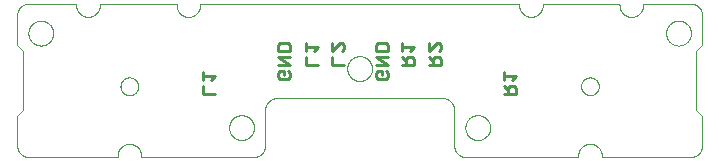
<source format=gbo>
G75*
%MOIN*%
%OFA0B0*%
%FSLAX25Y25*%
%IPPOS*%
%LPD*%
%AMOC8*
5,1,8,0,0,1.08239X$1,22.5*
%
%ADD10C,0.00000*%
%ADD11C,0.01000*%
D10*
X0007206Y0003269D02*
X0036733Y0003269D01*
X0036733Y0003761D01*
X0040670Y0007698D02*
X0040794Y0007696D01*
X0040917Y0007690D01*
X0041041Y0007681D01*
X0041163Y0007667D01*
X0041286Y0007650D01*
X0041408Y0007628D01*
X0041529Y0007603D01*
X0041649Y0007574D01*
X0041768Y0007542D01*
X0041887Y0007505D01*
X0042004Y0007465D01*
X0042119Y0007422D01*
X0042234Y0007374D01*
X0042346Y0007323D01*
X0042457Y0007269D01*
X0042567Y0007211D01*
X0042674Y0007150D01*
X0042780Y0007085D01*
X0042883Y0007017D01*
X0042984Y0006946D01*
X0043083Y0006872D01*
X0043180Y0006795D01*
X0043274Y0006714D01*
X0043365Y0006631D01*
X0043454Y0006545D01*
X0043540Y0006456D01*
X0043623Y0006365D01*
X0043704Y0006271D01*
X0043781Y0006174D01*
X0043855Y0006075D01*
X0043926Y0005974D01*
X0043994Y0005871D01*
X0044059Y0005765D01*
X0044120Y0005658D01*
X0044178Y0005548D01*
X0044232Y0005437D01*
X0044283Y0005325D01*
X0044331Y0005210D01*
X0044374Y0005095D01*
X0044414Y0004978D01*
X0044451Y0004859D01*
X0044483Y0004740D01*
X0044512Y0004620D01*
X0044537Y0004499D01*
X0044559Y0004377D01*
X0044576Y0004254D01*
X0044590Y0004132D01*
X0044599Y0004008D01*
X0044605Y0003885D01*
X0044607Y0003761D01*
X0044607Y0003269D01*
X0082009Y0003269D01*
X0082133Y0003271D01*
X0082256Y0003277D01*
X0082380Y0003286D01*
X0082502Y0003300D01*
X0082625Y0003317D01*
X0082747Y0003339D01*
X0082868Y0003364D01*
X0082988Y0003393D01*
X0083107Y0003425D01*
X0083226Y0003462D01*
X0083343Y0003502D01*
X0083458Y0003545D01*
X0083573Y0003593D01*
X0083685Y0003644D01*
X0083796Y0003698D01*
X0083906Y0003756D01*
X0084013Y0003817D01*
X0084119Y0003882D01*
X0084222Y0003950D01*
X0084323Y0004021D01*
X0084422Y0004095D01*
X0084519Y0004172D01*
X0084613Y0004253D01*
X0084704Y0004336D01*
X0084793Y0004422D01*
X0084879Y0004511D01*
X0084962Y0004602D01*
X0085043Y0004696D01*
X0085120Y0004793D01*
X0085194Y0004892D01*
X0085265Y0004993D01*
X0085333Y0005096D01*
X0085398Y0005202D01*
X0085459Y0005309D01*
X0085517Y0005419D01*
X0085571Y0005530D01*
X0085622Y0005642D01*
X0085670Y0005757D01*
X0085713Y0005872D01*
X0085753Y0005989D01*
X0085790Y0006108D01*
X0085822Y0006227D01*
X0085851Y0006347D01*
X0085876Y0006468D01*
X0085898Y0006590D01*
X0085915Y0006713D01*
X0085929Y0006835D01*
X0085938Y0006959D01*
X0085944Y0007082D01*
X0085946Y0007206D01*
X0085946Y0019017D01*
X0085948Y0019141D01*
X0085954Y0019264D01*
X0085963Y0019388D01*
X0085977Y0019510D01*
X0085994Y0019633D01*
X0086016Y0019755D01*
X0086041Y0019876D01*
X0086070Y0019996D01*
X0086102Y0020115D01*
X0086139Y0020234D01*
X0086179Y0020351D01*
X0086222Y0020466D01*
X0086270Y0020581D01*
X0086321Y0020693D01*
X0086375Y0020804D01*
X0086433Y0020914D01*
X0086494Y0021021D01*
X0086559Y0021127D01*
X0086627Y0021230D01*
X0086698Y0021331D01*
X0086772Y0021430D01*
X0086849Y0021527D01*
X0086930Y0021621D01*
X0087013Y0021712D01*
X0087099Y0021801D01*
X0087188Y0021887D01*
X0087279Y0021970D01*
X0087373Y0022051D01*
X0087470Y0022128D01*
X0087569Y0022202D01*
X0087670Y0022273D01*
X0087773Y0022341D01*
X0087879Y0022406D01*
X0087986Y0022467D01*
X0088096Y0022525D01*
X0088207Y0022579D01*
X0088319Y0022630D01*
X0088434Y0022678D01*
X0088549Y0022721D01*
X0088666Y0022761D01*
X0088785Y0022798D01*
X0088904Y0022830D01*
X0089024Y0022859D01*
X0089145Y0022884D01*
X0089267Y0022906D01*
X0089390Y0022923D01*
X0089512Y0022937D01*
X0089636Y0022946D01*
X0089759Y0022952D01*
X0089883Y0022954D01*
X0145001Y0022954D01*
X0145125Y0022952D01*
X0145248Y0022946D01*
X0145372Y0022937D01*
X0145494Y0022923D01*
X0145617Y0022906D01*
X0145739Y0022884D01*
X0145860Y0022859D01*
X0145980Y0022830D01*
X0146099Y0022798D01*
X0146218Y0022761D01*
X0146335Y0022721D01*
X0146450Y0022678D01*
X0146565Y0022630D01*
X0146677Y0022579D01*
X0146788Y0022525D01*
X0146898Y0022467D01*
X0147005Y0022406D01*
X0147111Y0022341D01*
X0147214Y0022273D01*
X0147315Y0022202D01*
X0147414Y0022128D01*
X0147511Y0022051D01*
X0147605Y0021970D01*
X0147696Y0021887D01*
X0147785Y0021801D01*
X0147871Y0021712D01*
X0147954Y0021621D01*
X0148035Y0021527D01*
X0148112Y0021430D01*
X0148186Y0021331D01*
X0148257Y0021230D01*
X0148325Y0021127D01*
X0148390Y0021021D01*
X0148451Y0020914D01*
X0148509Y0020804D01*
X0148563Y0020693D01*
X0148614Y0020581D01*
X0148662Y0020466D01*
X0148705Y0020351D01*
X0148745Y0020234D01*
X0148782Y0020115D01*
X0148814Y0019996D01*
X0148843Y0019876D01*
X0148868Y0019755D01*
X0148890Y0019633D01*
X0148907Y0019510D01*
X0148921Y0019388D01*
X0148930Y0019264D01*
X0148936Y0019141D01*
X0148938Y0019017D01*
X0148938Y0007206D01*
X0148940Y0007082D01*
X0148946Y0006959D01*
X0148955Y0006835D01*
X0148969Y0006713D01*
X0148986Y0006590D01*
X0149008Y0006468D01*
X0149033Y0006347D01*
X0149062Y0006227D01*
X0149094Y0006108D01*
X0149131Y0005989D01*
X0149171Y0005872D01*
X0149214Y0005757D01*
X0149262Y0005642D01*
X0149313Y0005530D01*
X0149367Y0005419D01*
X0149425Y0005309D01*
X0149486Y0005202D01*
X0149551Y0005096D01*
X0149619Y0004993D01*
X0149690Y0004892D01*
X0149764Y0004793D01*
X0149841Y0004696D01*
X0149922Y0004602D01*
X0150005Y0004511D01*
X0150091Y0004422D01*
X0150180Y0004336D01*
X0150271Y0004253D01*
X0150365Y0004172D01*
X0150462Y0004095D01*
X0150561Y0004021D01*
X0150662Y0003950D01*
X0150765Y0003882D01*
X0150871Y0003817D01*
X0150978Y0003756D01*
X0151088Y0003698D01*
X0151199Y0003644D01*
X0151311Y0003593D01*
X0151426Y0003545D01*
X0151541Y0003502D01*
X0151658Y0003462D01*
X0151777Y0003425D01*
X0151896Y0003393D01*
X0152016Y0003364D01*
X0152137Y0003339D01*
X0152259Y0003317D01*
X0152382Y0003300D01*
X0152504Y0003286D01*
X0152628Y0003277D01*
X0152751Y0003271D01*
X0152875Y0003269D01*
X0190276Y0003269D01*
X0190276Y0003761D01*
X0194213Y0007698D02*
X0194337Y0007696D01*
X0194460Y0007690D01*
X0194584Y0007681D01*
X0194706Y0007667D01*
X0194829Y0007650D01*
X0194951Y0007628D01*
X0195072Y0007603D01*
X0195192Y0007574D01*
X0195311Y0007542D01*
X0195430Y0007505D01*
X0195547Y0007465D01*
X0195662Y0007422D01*
X0195777Y0007374D01*
X0195889Y0007323D01*
X0196000Y0007269D01*
X0196110Y0007211D01*
X0196217Y0007150D01*
X0196323Y0007085D01*
X0196426Y0007017D01*
X0196527Y0006946D01*
X0196626Y0006872D01*
X0196723Y0006795D01*
X0196817Y0006714D01*
X0196908Y0006631D01*
X0196997Y0006545D01*
X0197083Y0006456D01*
X0197166Y0006365D01*
X0197247Y0006271D01*
X0197324Y0006174D01*
X0197398Y0006075D01*
X0197469Y0005974D01*
X0197537Y0005871D01*
X0197602Y0005765D01*
X0197663Y0005658D01*
X0197721Y0005548D01*
X0197775Y0005437D01*
X0197826Y0005325D01*
X0197874Y0005210D01*
X0197917Y0005095D01*
X0197957Y0004978D01*
X0197994Y0004859D01*
X0198026Y0004740D01*
X0198055Y0004620D01*
X0198080Y0004499D01*
X0198102Y0004377D01*
X0198119Y0004254D01*
X0198133Y0004132D01*
X0198142Y0004008D01*
X0198148Y0003885D01*
X0198150Y0003761D01*
X0198150Y0003269D01*
X0227678Y0003269D01*
X0227802Y0003271D01*
X0227925Y0003277D01*
X0228049Y0003286D01*
X0228171Y0003300D01*
X0228294Y0003317D01*
X0228416Y0003339D01*
X0228537Y0003364D01*
X0228657Y0003393D01*
X0228776Y0003425D01*
X0228895Y0003462D01*
X0229012Y0003502D01*
X0229127Y0003545D01*
X0229242Y0003593D01*
X0229354Y0003644D01*
X0229465Y0003698D01*
X0229575Y0003756D01*
X0229682Y0003817D01*
X0229788Y0003882D01*
X0229891Y0003950D01*
X0229992Y0004021D01*
X0230091Y0004095D01*
X0230188Y0004172D01*
X0230282Y0004253D01*
X0230373Y0004336D01*
X0230462Y0004422D01*
X0230548Y0004511D01*
X0230631Y0004602D01*
X0230712Y0004696D01*
X0230789Y0004793D01*
X0230863Y0004892D01*
X0230934Y0004993D01*
X0231002Y0005096D01*
X0231067Y0005202D01*
X0231128Y0005309D01*
X0231186Y0005419D01*
X0231240Y0005530D01*
X0231291Y0005642D01*
X0231339Y0005757D01*
X0231382Y0005872D01*
X0231422Y0005989D01*
X0231459Y0006108D01*
X0231491Y0006227D01*
X0231520Y0006347D01*
X0231545Y0006468D01*
X0231567Y0006590D01*
X0231584Y0006713D01*
X0231598Y0006835D01*
X0231607Y0006959D01*
X0231613Y0007082D01*
X0231615Y0007206D01*
X0231615Y0017048D01*
X0229646Y0019017D01*
X0229646Y0038702D01*
X0231615Y0040670D01*
X0231615Y0050513D01*
X0231613Y0050637D01*
X0231607Y0050760D01*
X0231598Y0050884D01*
X0231584Y0051006D01*
X0231567Y0051129D01*
X0231545Y0051251D01*
X0231520Y0051372D01*
X0231491Y0051492D01*
X0231459Y0051611D01*
X0231422Y0051730D01*
X0231382Y0051847D01*
X0231339Y0051962D01*
X0231291Y0052077D01*
X0231240Y0052189D01*
X0231186Y0052300D01*
X0231128Y0052410D01*
X0231067Y0052517D01*
X0231002Y0052623D01*
X0230934Y0052726D01*
X0230863Y0052827D01*
X0230789Y0052926D01*
X0230712Y0053023D01*
X0230631Y0053117D01*
X0230548Y0053208D01*
X0230462Y0053297D01*
X0230373Y0053383D01*
X0230282Y0053466D01*
X0230188Y0053547D01*
X0230091Y0053624D01*
X0229992Y0053698D01*
X0229891Y0053769D01*
X0229788Y0053837D01*
X0229682Y0053902D01*
X0229575Y0053963D01*
X0229465Y0054021D01*
X0229354Y0054075D01*
X0229242Y0054126D01*
X0229127Y0054174D01*
X0229012Y0054217D01*
X0228895Y0054257D01*
X0228776Y0054294D01*
X0228657Y0054326D01*
X0228537Y0054355D01*
X0228416Y0054380D01*
X0228294Y0054402D01*
X0228171Y0054419D01*
X0228049Y0054433D01*
X0227925Y0054442D01*
X0227802Y0054448D01*
X0227678Y0054450D01*
X0211930Y0054450D01*
X0211930Y0053957D01*
X0207993Y0050020D02*
X0207869Y0050022D01*
X0207746Y0050028D01*
X0207622Y0050037D01*
X0207500Y0050051D01*
X0207377Y0050068D01*
X0207255Y0050090D01*
X0207134Y0050115D01*
X0207014Y0050144D01*
X0206895Y0050176D01*
X0206776Y0050213D01*
X0206659Y0050253D01*
X0206544Y0050296D01*
X0206429Y0050344D01*
X0206317Y0050395D01*
X0206206Y0050449D01*
X0206096Y0050507D01*
X0205989Y0050568D01*
X0205883Y0050633D01*
X0205780Y0050701D01*
X0205679Y0050772D01*
X0205580Y0050846D01*
X0205483Y0050923D01*
X0205389Y0051004D01*
X0205298Y0051087D01*
X0205209Y0051173D01*
X0205123Y0051262D01*
X0205040Y0051353D01*
X0204959Y0051447D01*
X0204882Y0051544D01*
X0204808Y0051643D01*
X0204737Y0051744D01*
X0204669Y0051847D01*
X0204604Y0051953D01*
X0204543Y0052060D01*
X0204485Y0052170D01*
X0204431Y0052281D01*
X0204380Y0052393D01*
X0204332Y0052508D01*
X0204289Y0052623D01*
X0204249Y0052740D01*
X0204212Y0052859D01*
X0204180Y0052978D01*
X0204151Y0053098D01*
X0204126Y0053219D01*
X0204104Y0053341D01*
X0204087Y0053464D01*
X0204073Y0053586D01*
X0204064Y0053710D01*
X0204058Y0053833D01*
X0204056Y0053957D01*
X0204056Y0054450D01*
X0178465Y0054450D01*
X0178465Y0053957D01*
X0174528Y0050020D02*
X0174404Y0050022D01*
X0174281Y0050028D01*
X0174157Y0050037D01*
X0174035Y0050051D01*
X0173912Y0050068D01*
X0173790Y0050090D01*
X0173669Y0050115D01*
X0173549Y0050144D01*
X0173430Y0050176D01*
X0173311Y0050213D01*
X0173194Y0050253D01*
X0173079Y0050296D01*
X0172964Y0050344D01*
X0172852Y0050395D01*
X0172741Y0050449D01*
X0172631Y0050507D01*
X0172524Y0050568D01*
X0172418Y0050633D01*
X0172315Y0050701D01*
X0172214Y0050772D01*
X0172115Y0050846D01*
X0172018Y0050923D01*
X0171924Y0051004D01*
X0171833Y0051087D01*
X0171744Y0051173D01*
X0171658Y0051262D01*
X0171575Y0051353D01*
X0171494Y0051447D01*
X0171417Y0051544D01*
X0171343Y0051643D01*
X0171272Y0051744D01*
X0171204Y0051847D01*
X0171139Y0051953D01*
X0171078Y0052060D01*
X0171020Y0052170D01*
X0170966Y0052281D01*
X0170915Y0052393D01*
X0170867Y0052508D01*
X0170824Y0052623D01*
X0170784Y0052740D01*
X0170747Y0052859D01*
X0170715Y0052978D01*
X0170686Y0053098D01*
X0170661Y0053219D01*
X0170639Y0053341D01*
X0170622Y0053464D01*
X0170608Y0053586D01*
X0170599Y0053710D01*
X0170593Y0053833D01*
X0170591Y0053957D01*
X0170591Y0054450D01*
X0064292Y0054450D01*
X0064292Y0053957D01*
X0060355Y0050020D02*
X0060231Y0050022D01*
X0060108Y0050028D01*
X0059984Y0050037D01*
X0059862Y0050051D01*
X0059739Y0050068D01*
X0059617Y0050090D01*
X0059496Y0050115D01*
X0059376Y0050144D01*
X0059257Y0050176D01*
X0059138Y0050213D01*
X0059021Y0050253D01*
X0058906Y0050296D01*
X0058791Y0050344D01*
X0058679Y0050395D01*
X0058568Y0050449D01*
X0058458Y0050507D01*
X0058351Y0050568D01*
X0058245Y0050633D01*
X0058142Y0050701D01*
X0058041Y0050772D01*
X0057942Y0050846D01*
X0057845Y0050923D01*
X0057751Y0051004D01*
X0057660Y0051087D01*
X0057571Y0051173D01*
X0057485Y0051262D01*
X0057402Y0051353D01*
X0057321Y0051447D01*
X0057244Y0051544D01*
X0057170Y0051643D01*
X0057099Y0051744D01*
X0057031Y0051847D01*
X0056966Y0051953D01*
X0056905Y0052060D01*
X0056847Y0052170D01*
X0056793Y0052281D01*
X0056742Y0052393D01*
X0056694Y0052508D01*
X0056651Y0052623D01*
X0056611Y0052740D01*
X0056574Y0052859D01*
X0056542Y0052978D01*
X0056513Y0053098D01*
X0056488Y0053219D01*
X0056466Y0053341D01*
X0056449Y0053464D01*
X0056435Y0053586D01*
X0056426Y0053710D01*
X0056420Y0053833D01*
X0056418Y0053957D01*
X0056418Y0054450D01*
X0030828Y0054450D01*
X0030828Y0053957D01*
X0026891Y0050020D02*
X0026767Y0050022D01*
X0026644Y0050028D01*
X0026520Y0050037D01*
X0026398Y0050051D01*
X0026275Y0050068D01*
X0026153Y0050090D01*
X0026032Y0050115D01*
X0025912Y0050144D01*
X0025793Y0050176D01*
X0025674Y0050213D01*
X0025557Y0050253D01*
X0025442Y0050296D01*
X0025327Y0050344D01*
X0025215Y0050395D01*
X0025104Y0050449D01*
X0024994Y0050507D01*
X0024887Y0050568D01*
X0024781Y0050633D01*
X0024678Y0050701D01*
X0024577Y0050772D01*
X0024478Y0050846D01*
X0024381Y0050923D01*
X0024287Y0051004D01*
X0024196Y0051087D01*
X0024107Y0051173D01*
X0024021Y0051262D01*
X0023938Y0051353D01*
X0023857Y0051447D01*
X0023780Y0051544D01*
X0023706Y0051643D01*
X0023635Y0051744D01*
X0023567Y0051847D01*
X0023502Y0051953D01*
X0023441Y0052060D01*
X0023383Y0052170D01*
X0023329Y0052281D01*
X0023278Y0052393D01*
X0023230Y0052508D01*
X0023187Y0052623D01*
X0023147Y0052740D01*
X0023110Y0052859D01*
X0023078Y0052978D01*
X0023049Y0053098D01*
X0023024Y0053219D01*
X0023002Y0053341D01*
X0022985Y0053464D01*
X0022971Y0053586D01*
X0022962Y0053710D01*
X0022956Y0053833D01*
X0022954Y0053957D01*
X0022954Y0054450D01*
X0007206Y0054450D01*
X0007082Y0054448D01*
X0006959Y0054442D01*
X0006835Y0054433D01*
X0006713Y0054419D01*
X0006590Y0054402D01*
X0006468Y0054380D01*
X0006347Y0054355D01*
X0006227Y0054326D01*
X0006108Y0054294D01*
X0005989Y0054257D01*
X0005872Y0054217D01*
X0005757Y0054174D01*
X0005642Y0054126D01*
X0005530Y0054075D01*
X0005419Y0054021D01*
X0005309Y0053963D01*
X0005202Y0053902D01*
X0005096Y0053837D01*
X0004993Y0053769D01*
X0004892Y0053698D01*
X0004793Y0053624D01*
X0004696Y0053547D01*
X0004602Y0053466D01*
X0004511Y0053383D01*
X0004422Y0053297D01*
X0004336Y0053208D01*
X0004253Y0053117D01*
X0004172Y0053023D01*
X0004095Y0052926D01*
X0004021Y0052827D01*
X0003950Y0052726D01*
X0003882Y0052623D01*
X0003817Y0052517D01*
X0003756Y0052410D01*
X0003698Y0052300D01*
X0003644Y0052189D01*
X0003593Y0052077D01*
X0003545Y0051962D01*
X0003502Y0051847D01*
X0003462Y0051730D01*
X0003425Y0051611D01*
X0003393Y0051492D01*
X0003364Y0051372D01*
X0003339Y0051251D01*
X0003317Y0051129D01*
X0003300Y0051006D01*
X0003286Y0050884D01*
X0003277Y0050760D01*
X0003271Y0050637D01*
X0003269Y0050513D01*
X0003269Y0040670D01*
X0005237Y0038702D01*
X0005237Y0019017D01*
X0003269Y0017048D01*
X0003269Y0007206D01*
X0003271Y0007082D01*
X0003277Y0006959D01*
X0003286Y0006835D01*
X0003300Y0006713D01*
X0003317Y0006590D01*
X0003339Y0006468D01*
X0003364Y0006347D01*
X0003393Y0006227D01*
X0003425Y0006108D01*
X0003462Y0005989D01*
X0003502Y0005872D01*
X0003545Y0005757D01*
X0003593Y0005642D01*
X0003644Y0005530D01*
X0003698Y0005419D01*
X0003756Y0005309D01*
X0003817Y0005202D01*
X0003882Y0005096D01*
X0003950Y0004993D01*
X0004021Y0004892D01*
X0004095Y0004793D01*
X0004172Y0004696D01*
X0004253Y0004602D01*
X0004336Y0004511D01*
X0004422Y0004422D01*
X0004511Y0004336D01*
X0004602Y0004253D01*
X0004696Y0004172D01*
X0004793Y0004095D01*
X0004892Y0004021D01*
X0004993Y0003950D01*
X0005096Y0003882D01*
X0005202Y0003817D01*
X0005309Y0003756D01*
X0005419Y0003698D01*
X0005530Y0003644D01*
X0005642Y0003593D01*
X0005757Y0003545D01*
X0005872Y0003502D01*
X0005989Y0003462D01*
X0006108Y0003425D01*
X0006227Y0003393D01*
X0006347Y0003364D01*
X0006468Y0003339D01*
X0006590Y0003317D01*
X0006713Y0003300D01*
X0006835Y0003286D01*
X0006959Y0003277D01*
X0007082Y0003271D01*
X0007206Y0003269D01*
X0036733Y0003761D02*
X0036735Y0003885D01*
X0036741Y0004008D01*
X0036750Y0004132D01*
X0036764Y0004254D01*
X0036781Y0004377D01*
X0036803Y0004499D01*
X0036828Y0004620D01*
X0036857Y0004740D01*
X0036889Y0004859D01*
X0036926Y0004978D01*
X0036966Y0005095D01*
X0037009Y0005210D01*
X0037057Y0005325D01*
X0037108Y0005437D01*
X0037162Y0005548D01*
X0037220Y0005658D01*
X0037281Y0005765D01*
X0037346Y0005871D01*
X0037414Y0005974D01*
X0037485Y0006075D01*
X0037559Y0006174D01*
X0037636Y0006271D01*
X0037717Y0006365D01*
X0037800Y0006456D01*
X0037886Y0006545D01*
X0037975Y0006631D01*
X0038066Y0006714D01*
X0038160Y0006795D01*
X0038257Y0006872D01*
X0038356Y0006946D01*
X0038457Y0007017D01*
X0038560Y0007085D01*
X0038666Y0007150D01*
X0038773Y0007211D01*
X0038883Y0007269D01*
X0038994Y0007323D01*
X0039106Y0007374D01*
X0039221Y0007422D01*
X0039336Y0007465D01*
X0039453Y0007505D01*
X0039572Y0007542D01*
X0039691Y0007574D01*
X0039811Y0007603D01*
X0039932Y0007628D01*
X0040054Y0007650D01*
X0040177Y0007667D01*
X0040299Y0007681D01*
X0040423Y0007690D01*
X0040546Y0007696D01*
X0040670Y0007698D01*
X0073938Y0013111D02*
X0073940Y0013239D01*
X0073946Y0013367D01*
X0073956Y0013494D01*
X0073970Y0013622D01*
X0073987Y0013748D01*
X0074009Y0013874D01*
X0074035Y0014000D01*
X0074064Y0014124D01*
X0074097Y0014248D01*
X0074134Y0014370D01*
X0074175Y0014491D01*
X0074220Y0014611D01*
X0074268Y0014730D01*
X0074320Y0014847D01*
X0074376Y0014962D01*
X0074435Y0015076D01*
X0074497Y0015187D01*
X0074563Y0015297D01*
X0074632Y0015404D01*
X0074705Y0015510D01*
X0074781Y0015613D01*
X0074860Y0015713D01*
X0074942Y0015812D01*
X0075027Y0015907D01*
X0075115Y0016000D01*
X0075206Y0016090D01*
X0075299Y0016177D01*
X0075396Y0016262D01*
X0075494Y0016343D01*
X0075596Y0016421D01*
X0075699Y0016496D01*
X0075805Y0016568D01*
X0075913Y0016637D01*
X0076023Y0016702D01*
X0076136Y0016763D01*
X0076250Y0016822D01*
X0076365Y0016876D01*
X0076483Y0016927D01*
X0076601Y0016975D01*
X0076722Y0017018D01*
X0076843Y0017058D01*
X0076966Y0017094D01*
X0077090Y0017127D01*
X0077215Y0017155D01*
X0077340Y0017180D01*
X0077466Y0017200D01*
X0077593Y0017217D01*
X0077721Y0017230D01*
X0077848Y0017239D01*
X0077976Y0017244D01*
X0078104Y0017245D01*
X0078232Y0017242D01*
X0078360Y0017235D01*
X0078487Y0017224D01*
X0078614Y0017209D01*
X0078741Y0017191D01*
X0078867Y0017168D01*
X0078992Y0017141D01*
X0079116Y0017111D01*
X0079239Y0017077D01*
X0079362Y0017039D01*
X0079483Y0016997D01*
X0079602Y0016951D01*
X0079720Y0016902D01*
X0079837Y0016849D01*
X0079952Y0016793D01*
X0080065Y0016733D01*
X0080176Y0016670D01*
X0080285Y0016603D01*
X0080392Y0016533D01*
X0080497Y0016459D01*
X0080599Y0016383D01*
X0080699Y0016303D01*
X0080797Y0016220D01*
X0080892Y0016134D01*
X0080984Y0016045D01*
X0081073Y0015954D01*
X0081160Y0015860D01*
X0081243Y0015763D01*
X0081324Y0015663D01*
X0081401Y0015562D01*
X0081476Y0015457D01*
X0081547Y0015351D01*
X0081614Y0015242D01*
X0081679Y0015132D01*
X0081739Y0015019D01*
X0081797Y0014905D01*
X0081850Y0014789D01*
X0081900Y0014671D01*
X0081947Y0014552D01*
X0081990Y0014431D01*
X0082029Y0014309D01*
X0082064Y0014186D01*
X0082095Y0014062D01*
X0082123Y0013937D01*
X0082146Y0013811D01*
X0082166Y0013685D01*
X0082182Y0013558D01*
X0082194Y0013431D01*
X0082202Y0013303D01*
X0082206Y0013175D01*
X0082206Y0013047D01*
X0082202Y0012919D01*
X0082194Y0012791D01*
X0082182Y0012664D01*
X0082166Y0012537D01*
X0082146Y0012411D01*
X0082123Y0012285D01*
X0082095Y0012160D01*
X0082064Y0012036D01*
X0082029Y0011913D01*
X0081990Y0011791D01*
X0081947Y0011670D01*
X0081900Y0011551D01*
X0081850Y0011433D01*
X0081797Y0011317D01*
X0081739Y0011203D01*
X0081679Y0011090D01*
X0081614Y0010980D01*
X0081547Y0010871D01*
X0081476Y0010765D01*
X0081401Y0010660D01*
X0081324Y0010559D01*
X0081243Y0010459D01*
X0081160Y0010362D01*
X0081073Y0010268D01*
X0080984Y0010177D01*
X0080892Y0010088D01*
X0080797Y0010002D01*
X0080699Y0009919D01*
X0080599Y0009839D01*
X0080497Y0009763D01*
X0080392Y0009689D01*
X0080285Y0009619D01*
X0080176Y0009552D01*
X0080065Y0009489D01*
X0079952Y0009429D01*
X0079837Y0009373D01*
X0079720Y0009320D01*
X0079602Y0009271D01*
X0079483Y0009225D01*
X0079362Y0009183D01*
X0079239Y0009145D01*
X0079116Y0009111D01*
X0078992Y0009081D01*
X0078867Y0009054D01*
X0078741Y0009031D01*
X0078614Y0009013D01*
X0078487Y0008998D01*
X0078360Y0008987D01*
X0078232Y0008980D01*
X0078104Y0008977D01*
X0077976Y0008978D01*
X0077848Y0008983D01*
X0077721Y0008992D01*
X0077593Y0009005D01*
X0077466Y0009022D01*
X0077340Y0009042D01*
X0077215Y0009067D01*
X0077090Y0009095D01*
X0076966Y0009128D01*
X0076843Y0009164D01*
X0076722Y0009204D01*
X0076601Y0009247D01*
X0076483Y0009295D01*
X0076365Y0009346D01*
X0076250Y0009400D01*
X0076136Y0009459D01*
X0076023Y0009520D01*
X0075913Y0009585D01*
X0075805Y0009654D01*
X0075699Y0009726D01*
X0075596Y0009801D01*
X0075494Y0009879D01*
X0075396Y0009960D01*
X0075299Y0010045D01*
X0075206Y0010132D01*
X0075115Y0010222D01*
X0075027Y0010315D01*
X0074942Y0010410D01*
X0074860Y0010509D01*
X0074781Y0010609D01*
X0074705Y0010712D01*
X0074632Y0010818D01*
X0074563Y0010925D01*
X0074497Y0011035D01*
X0074435Y0011146D01*
X0074376Y0011260D01*
X0074320Y0011375D01*
X0074268Y0011492D01*
X0074220Y0011611D01*
X0074175Y0011731D01*
X0074134Y0011852D01*
X0074097Y0011974D01*
X0074064Y0012098D01*
X0074035Y0012222D01*
X0074009Y0012348D01*
X0073987Y0012474D01*
X0073970Y0012600D01*
X0073956Y0012728D01*
X0073946Y0012855D01*
X0073940Y0012983D01*
X0073938Y0013111D01*
X0037717Y0026891D02*
X0037719Y0026999D01*
X0037725Y0027108D01*
X0037735Y0027216D01*
X0037749Y0027323D01*
X0037767Y0027430D01*
X0037788Y0027537D01*
X0037814Y0027642D01*
X0037844Y0027747D01*
X0037877Y0027850D01*
X0037914Y0027952D01*
X0037955Y0028052D01*
X0037999Y0028151D01*
X0038048Y0028249D01*
X0038099Y0028344D01*
X0038154Y0028437D01*
X0038213Y0028529D01*
X0038275Y0028618D01*
X0038340Y0028705D01*
X0038408Y0028789D01*
X0038479Y0028871D01*
X0038553Y0028950D01*
X0038630Y0029026D01*
X0038710Y0029100D01*
X0038793Y0029170D01*
X0038878Y0029238D01*
X0038965Y0029302D01*
X0039055Y0029363D01*
X0039147Y0029421D01*
X0039241Y0029475D01*
X0039337Y0029526D01*
X0039434Y0029573D01*
X0039534Y0029617D01*
X0039635Y0029657D01*
X0039737Y0029693D01*
X0039840Y0029725D01*
X0039945Y0029754D01*
X0040051Y0029778D01*
X0040157Y0029799D01*
X0040264Y0029816D01*
X0040372Y0029829D01*
X0040480Y0029838D01*
X0040589Y0029843D01*
X0040697Y0029844D01*
X0040806Y0029841D01*
X0040914Y0029834D01*
X0041022Y0029823D01*
X0041129Y0029808D01*
X0041236Y0029789D01*
X0041342Y0029766D01*
X0041447Y0029740D01*
X0041552Y0029709D01*
X0041654Y0029675D01*
X0041756Y0029637D01*
X0041856Y0029595D01*
X0041955Y0029550D01*
X0042052Y0029501D01*
X0042146Y0029448D01*
X0042239Y0029392D01*
X0042330Y0029333D01*
X0042419Y0029270D01*
X0042505Y0029205D01*
X0042589Y0029136D01*
X0042670Y0029064D01*
X0042748Y0028989D01*
X0042824Y0028911D01*
X0042897Y0028830D01*
X0042967Y0028747D01*
X0043033Y0028662D01*
X0043097Y0028574D01*
X0043157Y0028483D01*
X0043214Y0028391D01*
X0043267Y0028296D01*
X0043317Y0028200D01*
X0043363Y0028102D01*
X0043406Y0028002D01*
X0043445Y0027901D01*
X0043480Y0027798D01*
X0043512Y0027695D01*
X0043539Y0027590D01*
X0043563Y0027484D01*
X0043583Y0027377D01*
X0043599Y0027270D01*
X0043611Y0027162D01*
X0043619Y0027054D01*
X0043623Y0026945D01*
X0043623Y0026837D01*
X0043619Y0026728D01*
X0043611Y0026620D01*
X0043599Y0026512D01*
X0043583Y0026405D01*
X0043563Y0026298D01*
X0043539Y0026192D01*
X0043512Y0026087D01*
X0043480Y0025984D01*
X0043445Y0025881D01*
X0043406Y0025780D01*
X0043363Y0025680D01*
X0043317Y0025582D01*
X0043267Y0025486D01*
X0043214Y0025391D01*
X0043157Y0025299D01*
X0043097Y0025208D01*
X0043033Y0025120D01*
X0042967Y0025035D01*
X0042897Y0024952D01*
X0042824Y0024871D01*
X0042748Y0024793D01*
X0042670Y0024718D01*
X0042589Y0024646D01*
X0042505Y0024577D01*
X0042419Y0024512D01*
X0042330Y0024449D01*
X0042239Y0024390D01*
X0042147Y0024334D01*
X0042052Y0024281D01*
X0041955Y0024232D01*
X0041856Y0024187D01*
X0041756Y0024145D01*
X0041654Y0024107D01*
X0041552Y0024073D01*
X0041447Y0024042D01*
X0041342Y0024016D01*
X0041236Y0023993D01*
X0041129Y0023974D01*
X0041022Y0023959D01*
X0040914Y0023948D01*
X0040806Y0023941D01*
X0040697Y0023938D01*
X0040589Y0023939D01*
X0040480Y0023944D01*
X0040372Y0023953D01*
X0040264Y0023966D01*
X0040157Y0023983D01*
X0040051Y0024004D01*
X0039945Y0024028D01*
X0039840Y0024057D01*
X0039737Y0024089D01*
X0039635Y0024125D01*
X0039534Y0024165D01*
X0039434Y0024209D01*
X0039337Y0024256D01*
X0039241Y0024307D01*
X0039147Y0024361D01*
X0039055Y0024419D01*
X0038965Y0024480D01*
X0038878Y0024544D01*
X0038793Y0024612D01*
X0038710Y0024682D01*
X0038630Y0024756D01*
X0038553Y0024832D01*
X0038479Y0024911D01*
X0038408Y0024993D01*
X0038340Y0025077D01*
X0038275Y0025164D01*
X0038213Y0025253D01*
X0038154Y0025345D01*
X0038099Y0025438D01*
X0038048Y0025533D01*
X0037999Y0025631D01*
X0037955Y0025730D01*
X0037914Y0025830D01*
X0037877Y0025932D01*
X0037844Y0026035D01*
X0037814Y0026140D01*
X0037788Y0026245D01*
X0037767Y0026352D01*
X0037749Y0026459D01*
X0037735Y0026566D01*
X0037725Y0026674D01*
X0037719Y0026783D01*
X0037717Y0026891D01*
X0007009Y0044607D02*
X0007011Y0044735D01*
X0007017Y0044863D01*
X0007027Y0044990D01*
X0007041Y0045118D01*
X0007058Y0045244D01*
X0007080Y0045370D01*
X0007106Y0045496D01*
X0007135Y0045620D01*
X0007168Y0045744D01*
X0007205Y0045866D01*
X0007246Y0045987D01*
X0007291Y0046107D01*
X0007339Y0046226D01*
X0007391Y0046343D01*
X0007447Y0046458D01*
X0007506Y0046572D01*
X0007568Y0046683D01*
X0007634Y0046793D01*
X0007703Y0046900D01*
X0007776Y0047006D01*
X0007852Y0047109D01*
X0007931Y0047209D01*
X0008013Y0047308D01*
X0008098Y0047403D01*
X0008186Y0047496D01*
X0008277Y0047586D01*
X0008370Y0047673D01*
X0008467Y0047758D01*
X0008565Y0047839D01*
X0008667Y0047917D01*
X0008770Y0047992D01*
X0008876Y0048064D01*
X0008984Y0048133D01*
X0009094Y0048198D01*
X0009207Y0048259D01*
X0009321Y0048318D01*
X0009436Y0048372D01*
X0009554Y0048423D01*
X0009672Y0048471D01*
X0009793Y0048514D01*
X0009914Y0048554D01*
X0010037Y0048590D01*
X0010161Y0048623D01*
X0010286Y0048651D01*
X0010411Y0048676D01*
X0010537Y0048696D01*
X0010664Y0048713D01*
X0010792Y0048726D01*
X0010919Y0048735D01*
X0011047Y0048740D01*
X0011175Y0048741D01*
X0011303Y0048738D01*
X0011431Y0048731D01*
X0011558Y0048720D01*
X0011685Y0048705D01*
X0011812Y0048687D01*
X0011938Y0048664D01*
X0012063Y0048637D01*
X0012187Y0048607D01*
X0012310Y0048573D01*
X0012433Y0048535D01*
X0012554Y0048493D01*
X0012673Y0048447D01*
X0012791Y0048398D01*
X0012908Y0048345D01*
X0013023Y0048289D01*
X0013136Y0048229D01*
X0013247Y0048166D01*
X0013356Y0048099D01*
X0013463Y0048029D01*
X0013568Y0047955D01*
X0013670Y0047879D01*
X0013770Y0047799D01*
X0013868Y0047716D01*
X0013963Y0047630D01*
X0014055Y0047541D01*
X0014144Y0047450D01*
X0014231Y0047356D01*
X0014314Y0047259D01*
X0014395Y0047159D01*
X0014472Y0047058D01*
X0014547Y0046953D01*
X0014618Y0046847D01*
X0014685Y0046738D01*
X0014750Y0046628D01*
X0014810Y0046515D01*
X0014868Y0046401D01*
X0014921Y0046285D01*
X0014971Y0046167D01*
X0015018Y0046048D01*
X0015061Y0045927D01*
X0015100Y0045805D01*
X0015135Y0045682D01*
X0015166Y0045558D01*
X0015194Y0045433D01*
X0015217Y0045307D01*
X0015237Y0045181D01*
X0015253Y0045054D01*
X0015265Y0044927D01*
X0015273Y0044799D01*
X0015277Y0044671D01*
X0015277Y0044543D01*
X0015273Y0044415D01*
X0015265Y0044287D01*
X0015253Y0044160D01*
X0015237Y0044033D01*
X0015217Y0043907D01*
X0015194Y0043781D01*
X0015166Y0043656D01*
X0015135Y0043532D01*
X0015100Y0043409D01*
X0015061Y0043287D01*
X0015018Y0043166D01*
X0014971Y0043047D01*
X0014921Y0042929D01*
X0014868Y0042813D01*
X0014810Y0042699D01*
X0014750Y0042586D01*
X0014685Y0042476D01*
X0014618Y0042367D01*
X0014547Y0042261D01*
X0014472Y0042156D01*
X0014395Y0042055D01*
X0014314Y0041955D01*
X0014231Y0041858D01*
X0014144Y0041764D01*
X0014055Y0041673D01*
X0013963Y0041584D01*
X0013868Y0041498D01*
X0013770Y0041415D01*
X0013670Y0041335D01*
X0013568Y0041259D01*
X0013463Y0041185D01*
X0013356Y0041115D01*
X0013247Y0041048D01*
X0013136Y0040985D01*
X0013023Y0040925D01*
X0012908Y0040869D01*
X0012791Y0040816D01*
X0012673Y0040767D01*
X0012554Y0040721D01*
X0012433Y0040679D01*
X0012310Y0040641D01*
X0012187Y0040607D01*
X0012063Y0040577D01*
X0011938Y0040550D01*
X0011812Y0040527D01*
X0011685Y0040509D01*
X0011558Y0040494D01*
X0011431Y0040483D01*
X0011303Y0040476D01*
X0011175Y0040473D01*
X0011047Y0040474D01*
X0010919Y0040479D01*
X0010792Y0040488D01*
X0010664Y0040501D01*
X0010537Y0040518D01*
X0010411Y0040538D01*
X0010286Y0040563D01*
X0010161Y0040591D01*
X0010037Y0040624D01*
X0009914Y0040660D01*
X0009793Y0040700D01*
X0009672Y0040743D01*
X0009554Y0040791D01*
X0009436Y0040842D01*
X0009321Y0040896D01*
X0009207Y0040955D01*
X0009094Y0041016D01*
X0008984Y0041081D01*
X0008876Y0041150D01*
X0008770Y0041222D01*
X0008667Y0041297D01*
X0008565Y0041375D01*
X0008467Y0041456D01*
X0008370Y0041541D01*
X0008277Y0041628D01*
X0008186Y0041718D01*
X0008098Y0041811D01*
X0008013Y0041906D01*
X0007931Y0042005D01*
X0007852Y0042105D01*
X0007776Y0042208D01*
X0007703Y0042314D01*
X0007634Y0042421D01*
X0007568Y0042531D01*
X0007506Y0042642D01*
X0007447Y0042756D01*
X0007391Y0042871D01*
X0007339Y0042988D01*
X0007291Y0043107D01*
X0007246Y0043227D01*
X0007205Y0043348D01*
X0007168Y0043470D01*
X0007135Y0043594D01*
X0007106Y0043718D01*
X0007080Y0043844D01*
X0007058Y0043970D01*
X0007041Y0044096D01*
X0007027Y0044224D01*
X0007017Y0044351D01*
X0007011Y0044479D01*
X0007009Y0044607D01*
X0026891Y0050020D02*
X0027015Y0050022D01*
X0027138Y0050028D01*
X0027262Y0050037D01*
X0027384Y0050051D01*
X0027507Y0050068D01*
X0027629Y0050090D01*
X0027750Y0050115D01*
X0027870Y0050144D01*
X0027989Y0050176D01*
X0028108Y0050213D01*
X0028225Y0050253D01*
X0028340Y0050296D01*
X0028455Y0050344D01*
X0028567Y0050395D01*
X0028678Y0050449D01*
X0028788Y0050507D01*
X0028895Y0050568D01*
X0029001Y0050633D01*
X0029104Y0050701D01*
X0029205Y0050772D01*
X0029304Y0050846D01*
X0029401Y0050923D01*
X0029495Y0051004D01*
X0029586Y0051087D01*
X0029675Y0051173D01*
X0029761Y0051262D01*
X0029844Y0051353D01*
X0029925Y0051447D01*
X0030002Y0051544D01*
X0030076Y0051643D01*
X0030147Y0051744D01*
X0030215Y0051847D01*
X0030280Y0051953D01*
X0030341Y0052060D01*
X0030399Y0052170D01*
X0030453Y0052281D01*
X0030504Y0052393D01*
X0030552Y0052508D01*
X0030595Y0052623D01*
X0030635Y0052740D01*
X0030672Y0052859D01*
X0030704Y0052978D01*
X0030733Y0053098D01*
X0030758Y0053219D01*
X0030780Y0053341D01*
X0030797Y0053464D01*
X0030811Y0053586D01*
X0030820Y0053710D01*
X0030826Y0053833D01*
X0030828Y0053957D01*
X0060355Y0050020D02*
X0060479Y0050022D01*
X0060602Y0050028D01*
X0060726Y0050037D01*
X0060848Y0050051D01*
X0060971Y0050068D01*
X0061093Y0050090D01*
X0061214Y0050115D01*
X0061334Y0050144D01*
X0061453Y0050176D01*
X0061572Y0050213D01*
X0061689Y0050253D01*
X0061804Y0050296D01*
X0061919Y0050344D01*
X0062031Y0050395D01*
X0062142Y0050449D01*
X0062252Y0050507D01*
X0062359Y0050568D01*
X0062465Y0050633D01*
X0062568Y0050701D01*
X0062669Y0050772D01*
X0062768Y0050846D01*
X0062865Y0050923D01*
X0062959Y0051004D01*
X0063050Y0051087D01*
X0063139Y0051173D01*
X0063225Y0051262D01*
X0063308Y0051353D01*
X0063389Y0051447D01*
X0063466Y0051544D01*
X0063540Y0051643D01*
X0063611Y0051744D01*
X0063679Y0051847D01*
X0063744Y0051953D01*
X0063805Y0052060D01*
X0063863Y0052170D01*
X0063917Y0052281D01*
X0063968Y0052393D01*
X0064016Y0052508D01*
X0064059Y0052623D01*
X0064099Y0052740D01*
X0064136Y0052859D01*
X0064168Y0052978D01*
X0064197Y0053098D01*
X0064222Y0053219D01*
X0064244Y0053341D01*
X0064261Y0053464D01*
X0064275Y0053586D01*
X0064284Y0053710D01*
X0064290Y0053833D01*
X0064292Y0053957D01*
X0113308Y0032796D02*
X0113310Y0032924D01*
X0113316Y0033052D01*
X0113326Y0033179D01*
X0113340Y0033307D01*
X0113357Y0033433D01*
X0113379Y0033559D01*
X0113405Y0033685D01*
X0113434Y0033809D01*
X0113467Y0033933D01*
X0113504Y0034055D01*
X0113545Y0034176D01*
X0113590Y0034296D01*
X0113638Y0034415D01*
X0113690Y0034532D01*
X0113746Y0034647D01*
X0113805Y0034761D01*
X0113867Y0034872D01*
X0113933Y0034982D01*
X0114002Y0035089D01*
X0114075Y0035195D01*
X0114151Y0035298D01*
X0114230Y0035398D01*
X0114312Y0035497D01*
X0114397Y0035592D01*
X0114485Y0035685D01*
X0114576Y0035775D01*
X0114669Y0035862D01*
X0114766Y0035947D01*
X0114864Y0036028D01*
X0114966Y0036106D01*
X0115069Y0036181D01*
X0115175Y0036253D01*
X0115283Y0036322D01*
X0115393Y0036387D01*
X0115506Y0036448D01*
X0115620Y0036507D01*
X0115735Y0036561D01*
X0115853Y0036612D01*
X0115971Y0036660D01*
X0116092Y0036703D01*
X0116213Y0036743D01*
X0116336Y0036779D01*
X0116460Y0036812D01*
X0116585Y0036840D01*
X0116710Y0036865D01*
X0116836Y0036885D01*
X0116963Y0036902D01*
X0117091Y0036915D01*
X0117218Y0036924D01*
X0117346Y0036929D01*
X0117474Y0036930D01*
X0117602Y0036927D01*
X0117730Y0036920D01*
X0117857Y0036909D01*
X0117984Y0036894D01*
X0118111Y0036876D01*
X0118237Y0036853D01*
X0118362Y0036826D01*
X0118486Y0036796D01*
X0118609Y0036762D01*
X0118732Y0036724D01*
X0118853Y0036682D01*
X0118972Y0036636D01*
X0119090Y0036587D01*
X0119207Y0036534D01*
X0119322Y0036478D01*
X0119435Y0036418D01*
X0119546Y0036355D01*
X0119655Y0036288D01*
X0119762Y0036218D01*
X0119867Y0036144D01*
X0119969Y0036068D01*
X0120069Y0035988D01*
X0120167Y0035905D01*
X0120262Y0035819D01*
X0120354Y0035730D01*
X0120443Y0035639D01*
X0120530Y0035545D01*
X0120613Y0035448D01*
X0120694Y0035348D01*
X0120771Y0035247D01*
X0120846Y0035142D01*
X0120917Y0035036D01*
X0120984Y0034927D01*
X0121049Y0034817D01*
X0121109Y0034704D01*
X0121167Y0034590D01*
X0121220Y0034474D01*
X0121270Y0034356D01*
X0121317Y0034237D01*
X0121360Y0034116D01*
X0121399Y0033994D01*
X0121434Y0033871D01*
X0121465Y0033747D01*
X0121493Y0033622D01*
X0121516Y0033496D01*
X0121536Y0033370D01*
X0121552Y0033243D01*
X0121564Y0033116D01*
X0121572Y0032988D01*
X0121576Y0032860D01*
X0121576Y0032732D01*
X0121572Y0032604D01*
X0121564Y0032476D01*
X0121552Y0032349D01*
X0121536Y0032222D01*
X0121516Y0032096D01*
X0121493Y0031970D01*
X0121465Y0031845D01*
X0121434Y0031721D01*
X0121399Y0031598D01*
X0121360Y0031476D01*
X0121317Y0031355D01*
X0121270Y0031236D01*
X0121220Y0031118D01*
X0121167Y0031002D01*
X0121109Y0030888D01*
X0121049Y0030775D01*
X0120984Y0030665D01*
X0120917Y0030556D01*
X0120846Y0030450D01*
X0120771Y0030345D01*
X0120694Y0030244D01*
X0120613Y0030144D01*
X0120530Y0030047D01*
X0120443Y0029953D01*
X0120354Y0029862D01*
X0120262Y0029773D01*
X0120167Y0029687D01*
X0120069Y0029604D01*
X0119969Y0029524D01*
X0119867Y0029448D01*
X0119762Y0029374D01*
X0119655Y0029304D01*
X0119546Y0029237D01*
X0119435Y0029174D01*
X0119322Y0029114D01*
X0119207Y0029058D01*
X0119090Y0029005D01*
X0118972Y0028956D01*
X0118853Y0028910D01*
X0118732Y0028868D01*
X0118609Y0028830D01*
X0118486Y0028796D01*
X0118362Y0028766D01*
X0118237Y0028739D01*
X0118111Y0028716D01*
X0117984Y0028698D01*
X0117857Y0028683D01*
X0117730Y0028672D01*
X0117602Y0028665D01*
X0117474Y0028662D01*
X0117346Y0028663D01*
X0117218Y0028668D01*
X0117091Y0028677D01*
X0116963Y0028690D01*
X0116836Y0028707D01*
X0116710Y0028727D01*
X0116585Y0028752D01*
X0116460Y0028780D01*
X0116336Y0028813D01*
X0116213Y0028849D01*
X0116092Y0028889D01*
X0115971Y0028932D01*
X0115853Y0028980D01*
X0115735Y0029031D01*
X0115620Y0029085D01*
X0115506Y0029144D01*
X0115393Y0029205D01*
X0115283Y0029270D01*
X0115175Y0029339D01*
X0115069Y0029411D01*
X0114966Y0029486D01*
X0114864Y0029564D01*
X0114766Y0029645D01*
X0114669Y0029730D01*
X0114576Y0029817D01*
X0114485Y0029907D01*
X0114397Y0030000D01*
X0114312Y0030095D01*
X0114230Y0030194D01*
X0114151Y0030294D01*
X0114075Y0030397D01*
X0114002Y0030503D01*
X0113933Y0030610D01*
X0113867Y0030720D01*
X0113805Y0030831D01*
X0113746Y0030945D01*
X0113690Y0031060D01*
X0113638Y0031177D01*
X0113590Y0031296D01*
X0113545Y0031416D01*
X0113504Y0031537D01*
X0113467Y0031659D01*
X0113434Y0031783D01*
X0113405Y0031907D01*
X0113379Y0032033D01*
X0113357Y0032159D01*
X0113340Y0032285D01*
X0113326Y0032413D01*
X0113316Y0032540D01*
X0113310Y0032668D01*
X0113308Y0032796D01*
X0152678Y0013111D02*
X0152680Y0013239D01*
X0152686Y0013367D01*
X0152696Y0013494D01*
X0152710Y0013622D01*
X0152727Y0013748D01*
X0152749Y0013874D01*
X0152775Y0014000D01*
X0152804Y0014124D01*
X0152837Y0014248D01*
X0152874Y0014370D01*
X0152915Y0014491D01*
X0152960Y0014611D01*
X0153008Y0014730D01*
X0153060Y0014847D01*
X0153116Y0014962D01*
X0153175Y0015076D01*
X0153237Y0015187D01*
X0153303Y0015297D01*
X0153372Y0015404D01*
X0153445Y0015510D01*
X0153521Y0015613D01*
X0153600Y0015713D01*
X0153682Y0015812D01*
X0153767Y0015907D01*
X0153855Y0016000D01*
X0153946Y0016090D01*
X0154039Y0016177D01*
X0154136Y0016262D01*
X0154234Y0016343D01*
X0154336Y0016421D01*
X0154439Y0016496D01*
X0154545Y0016568D01*
X0154653Y0016637D01*
X0154763Y0016702D01*
X0154876Y0016763D01*
X0154990Y0016822D01*
X0155105Y0016876D01*
X0155223Y0016927D01*
X0155341Y0016975D01*
X0155462Y0017018D01*
X0155583Y0017058D01*
X0155706Y0017094D01*
X0155830Y0017127D01*
X0155955Y0017155D01*
X0156080Y0017180D01*
X0156206Y0017200D01*
X0156333Y0017217D01*
X0156461Y0017230D01*
X0156588Y0017239D01*
X0156716Y0017244D01*
X0156844Y0017245D01*
X0156972Y0017242D01*
X0157100Y0017235D01*
X0157227Y0017224D01*
X0157354Y0017209D01*
X0157481Y0017191D01*
X0157607Y0017168D01*
X0157732Y0017141D01*
X0157856Y0017111D01*
X0157979Y0017077D01*
X0158102Y0017039D01*
X0158223Y0016997D01*
X0158342Y0016951D01*
X0158460Y0016902D01*
X0158577Y0016849D01*
X0158692Y0016793D01*
X0158805Y0016733D01*
X0158916Y0016670D01*
X0159025Y0016603D01*
X0159132Y0016533D01*
X0159237Y0016459D01*
X0159339Y0016383D01*
X0159439Y0016303D01*
X0159537Y0016220D01*
X0159632Y0016134D01*
X0159724Y0016045D01*
X0159813Y0015954D01*
X0159900Y0015860D01*
X0159983Y0015763D01*
X0160064Y0015663D01*
X0160141Y0015562D01*
X0160216Y0015457D01*
X0160287Y0015351D01*
X0160354Y0015242D01*
X0160419Y0015132D01*
X0160479Y0015019D01*
X0160537Y0014905D01*
X0160590Y0014789D01*
X0160640Y0014671D01*
X0160687Y0014552D01*
X0160730Y0014431D01*
X0160769Y0014309D01*
X0160804Y0014186D01*
X0160835Y0014062D01*
X0160863Y0013937D01*
X0160886Y0013811D01*
X0160906Y0013685D01*
X0160922Y0013558D01*
X0160934Y0013431D01*
X0160942Y0013303D01*
X0160946Y0013175D01*
X0160946Y0013047D01*
X0160942Y0012919D01*
X0160934Y0012791D01*
X0160922Y0012664D01*
X0160906Y0012537D01*
X0160886Y0012411D01*
X0160863Y0012285D01*
X0160835Y0012160D01*
X0160804Y0012036D01*
X0160769Y0011913D01*
X0160730Y0011791D01*
X0160687Y0011670D01*
X0160640Y0011551D01*
X0160590Y0011433D01*
X0160537Y0011317D01*
X0160479Y0011203D01*
X0160419Y0011090D01*
X0160354Y0010980D01*
X0160287Y0010871D01*
X0160216Y0010765D01*
X0160141Y0010660D01*
X0160064Y0010559D01*
X0159983Y0010459D01*
X0159900Y0010362D01*
X0159813Y0010268D01*
X0159724Y0010177D01*
X0159632Y0010088D01*
X0159537Y0010002D01*
X0159439Y0009919D01*
X0159339Y0009839D01*
X0159237Y0009763D01*
X0159132Y0009689D01*
X0159025Y0009619D01*
X0158916Y0009552D01*
X0158805Y0009489D01*
X0158692Y0009429D01*
X0158577Y0009373D01*
X0158460Y0009320D01*
X0158342Y0009271D01*
X0158223Y0009225D01*
X0158102Y0009183D01*
X0157979Y0009145D01*
X0157856Y0009111D01*
X0157732Y0009081D01*
X0157607Y0009054D01*
X0157481Y0009031D01*
X0157354Y0009013D01*
X0157227Y0008998D01*
X0157100Y0008987D01*
X0156972Y0008980D01*
X0156844Y0008977D01*
X0156716Y0008978D01*
X0156588Y0008983D01*
X0156461Y0008992D01*
X0156333Y0009005D01*
X0156206Y0009022D01*
X0156080Y0009042D01*
X0155955Y0009067D01*
X0155830Y0009095D01*
X0155706Y0009128D01*
X0155583Y0009164D01*
X0155462Y0009204D01*
X0155341Y0009247D01*
X0155223Y0009295D01*
X0155105Y0009346D01*
X0154990Y0009400D01*
X0154876Y0009459D01*
X0154763Y0009520D01*
X0154653Y0009585D01*
X0154545Y0009654D01*
X0154439Y0009726D01*
X0154336Y0009801D01*
X0154234Y0009879D01*
X0154136Y0009960D01*
X0154039Y0010045D01*
X0153946Y0010132D01*
X0153855Y0010222D01*
X0153767Y0010315D01*
X0153682Y0010410D01*
X0153600Y0010509D01*
X0153521Y0010609D01*
X0153445Y0010712D01*
X0153372Y0010818D01*
X0153303Y0010925D01*
X0153237Y0011035D01*
X0153175Y0011146D01*
X0153116Y0011260D01*
X0153060Y0011375D01*
X0153008Y0011492D01*
X0152960Y0011611D01*
X0152915Y0011731D01*
X0152874Y0011852D01*
X0152837Y0011974D01*
X0152804Y0012098D01*
X0152775Y0012222D01*
X0152749Y0012348D01*
X0152727Y0012474D01*
X0152710Y0012600D01*
X0152696Y0012728D01*
X0152686Y0012855D01*
X0152680Y0012983D01*
X0152678Y0013111D01*
X0190276Y0003761D02*
X0190278Y0003885D01*
X0190284Y0004008D01*
X0190293Y0004132D01*
X0190307Y0004254D01*
X0190324Y0004377D01*
X0190346Y0004499D01*
X0190371Y0004620D01*
X0190400Y0004740D01*
X0190432Y0004859D01*
X0190469Y0004978D01*
X0190509Y0005095D01*
X0190552Y0005210D01*
X0190600Y0005325D01*
X0190651Y0005437D01*
X0190705Y0005548D01*
X0190763Y0005658D01*
X0190824Y0005765D01*
X0190889Y0005871D01*
X0190957Y0005974D01*
X0191028Y0006075D01*
X0191102Y0006174D01*
X0191179Y0006271D01*
X0191260Y0006365D01*
X0191343Y0006456D01*
X0191429Y0006545D01*
X0191518Y0006631D01*
X0191609Y0006714D01*
X0191703Y0006795D01*
X0191800Y0006872D01*
X0191899Y0006946D01*
X0192000Y0007017D01*
X0192103Y0007085D01*
X0192209Y0007150D01*
X0192316Y0007211D01*
X0192426Y0007269D01*
X0192537Y0007323D01*
X0192649Y0007374D01*
X0192764Y0007422D01*
X0192879Y0007465D01*
X0192996Y0007505D01*
X0193115Y0007542D01*
X0193234Y0007574D01*
X0193354Y0007603D01*
X0193475Y0007628D01*
X0193597Y0007650D01*
X0193720Y0007667D01*
X0193842Y0007681D01*
X0193966Y0007690D01*
X0194089Y0007696D01*
X0194213Y0007698D01*
X0191260Y0026891D02*
X0191262Y0026999D01*
X0191268Y0027108D01*
X0191278Y0027216D01*
X0191292Y0027323D01*
X0191310Y0027430D01*
X0191331Y0027537D01*
X0191357Y0027642D01*
X0191387Y0027747D01*
X0191420Y0027850D01*
X0191457Y0027952D01*
X0191498Y0028052D01*
X0191542Y0028151D01*
X0191591Y0028249D01*
X0191642Y0028344D01*
X0191697Y0028437D01*
X0191756Y0028529D01*
X0191818Y0028618D01*
X0191883Y0028705D01*
X0191951Y0028789D01*
X0192022Y0028871D01*
X0192096Y0028950D01*
X0192173Y0029026D01*
X0192253Y0029100D01*
X0192336Y0029170D01*
X0192421Y0029238D01*
X0192508Y0029302D01*
X0192598Y0029363D01*
X0192690Y0029421D01*
X0192784Y0029475D01*
X0192880Y0029526D01*
X0192977Y0029573D01*
X0193077Y0029617D01*
X0193178Y0029657D01*
X0193280Y0029693D01*
X0193383Y0029725D01*
X0193488Y0029754D01*
X0193594Y0029778D01*
X0193700Y0029799D01*
X0193807Y0029816D01*
X0193915Y0029829D01*
X0194023Y0029838D01*
X0194132Y0029843D01*
X0194240Y0029844D01*
X0194349Y0029841D01*
X0194457Y0029834D01*
X0194565Y0029823D01*
X0194672Y0029808D01*
X0194779Y0029789D01*
X0194885Y0029766D01*
X0194990Y0029740D01*
X0195095Y0029709D01*
X0195197Y0029675D01*
X0195299Y0029637D01*
X0195399Y0029595D01*
X0195498Y0029550D01*
X0195595Y0029501D01*
X0195689Y0029448D01*
X0195782Y0029392D01*
X0195873Y0029333D01*
X0195962Y0029270D01*
X0196048Y0029205D01*
X0196132Y0029136D01*
X0196213Y0029064D01*
X0196291Y0028989D01*
X0196367Y0028911D01*
X0196440Y0028830D01*
X0196510Y0028747D01*
X0196576Y0028662D01*
X0196640Y0028574D01*
X0196700Y0028483D01*
X0196757Y0028391D01*
X0196810Y0028296D01*
X0196860Y0028200D01*
X0196906Y0028102D01*
X0196949Y0028002D01*
X0196988Y0027901D01*
X0197023Y0027798D01*
X0197055Y0027695D01*
X0197082Y0027590D01*
X0197106Y0027484D01*
X0197126Y0027377D01*
X0197142Y0027270D01*
X0197154Y0027162D01*
X0197162Y0027054D01*
X0197166Y0026945D01*
X0197166Y0026837D01*
X0197162Y0026728D01*
X0197154Y0026620D01*
X0197142Y0026512D01*
X0197126Y0026405D01*
X0197106Y0026298D01*
X0197082Y0026192D01*
X0197055Y0026087D01*
X0197023Y0025984D01*
X0196988Y0025881D01*
X0196949Y0025780D01*
X0196906Y0025680D01*
X0196860Y0025582D01*
X0196810Y0025486D01*
X0196757Y0025391D01*
X0196700Y0025299D01*
X0196640Y0025208D01*
X0196576Y0025120D01*
X0196510Y0025035D01*
X0196440Y0024952D01*
X0196367Y0024871D01*
X0196291Y0024793D01*
X0196213Y0024718D01*
X0196132Y0024646D01*
X0196048Y0024577D01*
X0195962Y0024512D01*
X0195873Y0024449D01*
X0195782Y0024390D01*
X0195690Y0024334D01*
X0195595Y0024281D01*
X0195498Y0024232D01*
X0195399Y0024187D01*
X0195299Y0024145D01*
X0195197Y0024107D01*
X0195095Y0024073D01*
X0194990Y0024042D01*
X0194885Y0024016D01*
X0194779Y0023993D01*
X0194672Y0023974D01*
X0194565Y0023959D01*
X0194457Y0023948D01*
X0194349Y0023941D01*
X0194240Y0023938D01*
X0194132Y0023939D01*
X0194023Y0023944D01*
X0193915Y0023953D01*
X0193807Y0023966D01*
X0193700Y0023983D01*
X0193594Y0024004D01*
X0193488Y0024028D01*
X0193383Y0024057D01*
X0193280Y0024089D01*
X0193178Y0024125D01*
X0193077Y0024165D01*
X0192977Y0024209D01*
X0192880Y0024256D01*
X0192784Y0024307D01*
X0192690Y0024361D01*
X0192598Y0024419D01*
X0192508Y0024480D01*
X0192421Y0024544D01*
X0192336Y0024612D01*
X0192253Y0024682D01*
X0192173Y0024756D01*
X0192096Y0024832D01*
X0192022Y0024911D01*
X0191951Y0024993D01*
X0191883Y0025077D01*
X0191818Y0025164D01*
X0191756Y0025253D01*
X0191697Y0025345D01*
X0191642Y0025438D01*
X0191591Y0025533D01*
X0191542Y0025631D01*
X0191498Y0025730D01*
X0191457Y0025830D01*
X0191420Y0025932D01*
X0191387Y0026035D01*
X0191357Y0026140D01*
X0191331Y0026245D01*
X0191310Y0026352D01*
X0191292Y0026459D01*
X0191278Y0026566D01*
X0191268Y0026674D01*
X0191262Y0026783D01*
X0191260Y0026891D01*
X0219607Y0044607D02*
X0219609Y0044735D01*
X0219615Y0044863D01*
X0219625Y0044990D01*
X0219639Y0045118D01*
X0219656Y0045244D01*
X0219678Y0045370D01*
X0219704Y0045496D01*
X0219733Y0045620D01*
X0219766Y0045744D01*
X0219803Y0045866D01*
X0219844Y0045987D01*
X0219889Y0046107D01*
X0219937Y0046226D01*
X0219989Y0046343D01*
X0220045Y0046458D01*
X0220104Y0046572D01*
X0220166Y0046683D01*
X0220232Y0046793D01*
X0220301Y0046900D01*
X0220374Y0047006D01*
X0220450Y0047109D01*
X0220529Y0047209D01*
X0220611Y0047308D01*
X0220696Y0047403D01*
X0220784Y0047496D01*
X0220875Y0047586D01*
X0220968Y0047673D01*
X0221065Y0047758D01*
X0221163Y0047839D01*
X0221265Y0047917D01*
X0221368Y0047992D01*
X0221474Y0048064D01*
X0221582Y0048133D01*
X0221692Y0048198D01*
X0221805Y0048259D01*
X0221919Y0048318D01*
X0222034Y0048372D01*
X0222152Y0048423D01*
X0222270Y0048471D01*
X0222391Y0048514D01*
X0222512Y0048554D01*
X0222635Y0048590D01*
X0222759Y0048623D01*
X0222884Y0048651D01*
X0223009Y0048676D01*
X0223135Y0048696D01*
X0223262Y0048713D01*
X0223390Y0048726D01*
X0223517Y0048735D01*
X0223645Y0048740D01*
X0223773Y0048741D01*
X0223901Y0048738D01*
X0224029Y0048731D01*
X0224156Y0048720D01*
X0224283Y0048705D01*
X0224410Y0048687D01*
X0224536Y0048664D01*
X0224661Y0048637D01*
X0224785Y0048607D01*
X0224908Y0048573D01*
X0225031Y0048535D01*
X0225152Y0048493D01*
X0225271Y0048447D01*
X0225389Y0048398D01*
X0225506Y0048345D01*
X0225621Y0048289D01*
X0225734Y0048229D01*
X0225845Y0048166D01*
X0225954Y0048099D01*
X0226061Y0048029D01*
X0226166Y0047955D01*
X0226268Y0047879D01*
X0226368Y0047799D01*
X0226466Y0047716D01*
X0226561Y0047630D01*
X0226653Y0047541D01*
X0226742Y0047450D01*
X0226829Y0047356D01*
X0226912Y0047259D01*
X0226993Y0047159D01*
X0227070Y0047058D01*
X0227145Y0046953D01*
X0227216Y0046847D01*
X0227283Y0046738D01*
X0227348Y0046628D01*
X0227408Y0046515D01*
X0227466Y0046401D01*
X0227519Y0046285D01*
X0227569Y0046167D01*
X0227616Y0046048D01*
X0227659Y0045927D01*
X0227698Y0045805D01*
X0227733Y0045682D01*
X0227764Y0045558D01*
X0227792Y0045433D01*
X0227815Y0045307D01*
X0227835Y0045181D01*
X0227851Y0045054D01*
X0227863Y0044927D01*
X0227871Y0044799D01*
X0227875Y0044671D01*
X0227875Y0044543D01*
X0227871Y0044415D01*
X0227863Y0044287D01*
X0227851Y0044160D01*
X0227835Y0044033D01*
X0227815Y0043907D01*
X0227792Y0043781D01*
X0227764Y0043656D01*
X0227733Y0043532D01*
X0227698Y0043409D01*
X0227659Y0043287D01*
X0227616Y0043166D01*
X0227569Y0043047D01*
X0227519Y0042929D01*
X0227466Y0042813D01*
X0227408Y0042699D01*
X0227348Y0042586D01*
X0227283Y0042476D01*
X0227216Y0042367D01*
X0227145Y0042261D01*
X0227070Y0042156D01*
X0226993Y0042055D01*
X0226912Y0041955D01*
X0226829Y0041858D01*
X0226742Y0041764D01*
X0226653Y0041673D01*
X0226561Y0041584D01*
X0226466Y0041498D01*
X0226368Y0041415D01*
X0226268Y0041335D01*
X0226166Y0041259D01*
X0226061Y0041185D01*
X0225954Y0041115D01*
X0225845Y0041048D01*
X0225734Y0040985D01*
X0225621Y0040925D01*
X0225506Y0040869D01*
X0225389Y0040816D01*
X0225271Y0040767D01*
X0225152Y0040721D01*
X0225031Y0040679D01*
X0224908Y0040641D01*
X0224785Y0040607D01*
X0224661Y0040577D01*
X0224536Y0040550D01*
X0224410Y0040527D01*
X0224283Y0040509D01*
X0224156Y0040494D01*
X0224029Y0040483D01*
X0223901Y0040476D01*
X0223773Y0040473D01*
X0223645Y0040474D01*
X0223517Y0040479D01*
X0223390Y0040488D01*
X0223262Y0040501D01*
X0223135Y0040518D01*
X0223009Y0040538D01*
X0222884Y0040563D01*
X0222759Y0040591D01*
X0222635Y0040624D01*
X0222512Y0040660D01*
X0222391Y0040700D01*
X0222270Y0040743D01*
X0222152Y0040791D01*
X0222034Y0040842D01*
X0221919Y0040896D01*
X0221805Y0040955D01*
X0221692Y0041016D01*
X0221582Y0041081D01*
X0221474Y0041150D01*
X0221368Y0041222D01*
X0221265Y0041297D01*
X0221163Y0041375D01*
X0221065Y0041456D01*
X0220968Y0041541D01*
X0220875Y0041628D01*
X0220784Y0041718D01*
X0220696Y0041811D01*
X0220611Y0041906D01*
X0220529Y0042005D01*
X0220450Y0042105D01*
X0220374Y0042208D01*
X0220301Y0042314D01*
X0220232Y0042421D01*
X0220166Y0042531D01*
X0220104Y0042642D01*
X0220045Y0042756D01*
X0219989Y0042871D01*
X0219937Y0042988D01*
X0219889Y0043107D01*
X0219844Y0043227D01*
X0219803Y0043348D01*
X0219766Y0043470D01*
X0219733Y0043594D01*
X0219704Y0043718D01*
X0219678Y0043844D01*
X0219656Y0043970D01*
X0219639Y0044096D01*
X0219625Y0044224D01*
X0219615Y0044351D01*
X0219609Y0044479D01*
X0219607Y0044607D01*
X0211930Y0053957D02*
X0211928Y0053833D01*
X0211922Y0053710D01*
X0211913Y0053586D01*
X0211899Y0053464D01*
X0211882Y0053341D01*
X0211860Y0053219D01*
X0211835Y0053098D01*
X0211806Y0052978D01*
X0211774Y0052859D01*
X0211737Y0052740D01*
X0211697Y0052623D01*
X0211654Y0052508D01*
X0211606Y0052393D01*
X0211555Y0052281D01*
X0211501Y0052170D01*
X0211443Y0052060D01*
X0211382Y0051953D01*
X0211317Y0051847D01*
X0211249Y0051744D01*
X0211178Y0051643D01*
X0211104Y0051544D01*
X0211027Y0051447D01*
X0210946Y0051353D01*
X0210863Y0051262D01*
X0210777Y0051173D01*
X0210688Y0051087D01*
X0210597Y0051004D01*
X0210503Y0050923D01*
X0210406Y0050846D01*
X0210307Y0050772D01*
X0210206Y0050701D01*
X0210103Y0050633D01*
X0209997Y0050568D01*
X0209890Y0050507D01*
X0209780Y0050449D01*
X0209669Y0050395D01*
X0209557Y0050344D01*
X0209442Y0050296D01*
X0209327Y0050253D01*
X0209210Y0050213D01*
X0209091Y0050176D01*
X0208972Y0050144D01*
X0208852Y0050115D01*
X0208731Y0050090D01*
X0208609Y0050068D01*
X0208486Y0050051D01*
X0208364Y0050037D01*
X0208240Y0050028D01*
X0208117Y0050022D01*
X0207993Y0050020D01*
X0178465Y0053957D02*
X0178463Y0053833D01*
X0178457Y0053710D01*
X0178448Y0053586D01*
X0178434Y0053464D01*
X0178417Y0053341D01*
X0178395Y0053219D01*
X0178370Y0053098D01*
X0178341Y0052978D01*
X0178309Y0052859D01*
X0178272Y0052740D01*
X0178232Y0052623D01*
X0178189Y0052508D01*
X0178141Y0052393D01*
X0178090Y0052281D01*
X0178036Y0052170D01*
X0177978Y0052060D01*
X0177917Y0051953D01*
X0177852Y0051847D01*
X0177784Y0051744D01*
X0177713Y0051643D01*
X0177639Y0051544D01*
X0177562Y0051447D01*
X0177481Y0051353D01*
X0177398Y0051262D01*
X0177312Y0051173D01*
X0177223Y0051087D01*
X0177132Y0051004D01*
X0177038Y0050923D01*
X0176941Y0050846D01*
X0176842Y0050772D01*
X0176741Y0050701D01*
X0176638Y0050633D01*
X0176532Y0050568D01*
X0176425Y0050507D01*
X0176315Y0050449D01*
X0176204Y0050395D01*
X0176092Y0050344D01*
X0175977Y0050296D01*
X0175862Y0050253D01*
X0175745Y0050213D01*
X0175626Y0050176D01*
X0175507Y0050144D01*
X0175387Y0050115D01*
X0175266Y0050090D01*
X0175144Y0050068D01*
X0175021Y0050051D01*
X0174899Y0050037D01*
X0174775Y0050028D01*
X0174652Y0050022D01*
X0174528Y0050020D01*
D11*
X0144544Y0040536D02*
X0143876Y0041204D01*
X0143209Y0041204D01*
X0140540Y0038535D01*
X0140540Y0041204D01*
X0144544Y0040536D02*
X0144544Y0039202D01*
X0143876Y0038535D01*
X0143876Y0036600D02*
X0142542Y0036600D01*
X0141875Y0035932D01*
X0141875Y0033931D01*
X0140540Y0033931D02*
X0144544Y0033931D01*
X0144544Y0035932D01*
X0143876Y0036600D01*
X0141875Y0035265D02*
X0140540Y0036600D01*
X0135685Y0035932D02*
X0135018Y0036600D01*
X0133684Y0036600D01*
X0133016Y0035932D01*
X0133016Y0033931D01*
X0131682Y0033931D02*
X0135685Y0033931D01*
X0135685Y0035932D01*
X0133016Y0035265D02*
X0131682Y0036600D01*
X0131682Y0038535D02*
X0131682Y0041204D01*
X0131682Y0039869D02*
X0135685Y0039869D01*
X0134351Y0038535D01*
X0126827Y0038535D02*
X0126827Y0040536D01*
X0126160Y0041204D01*
X0123491Y0041204D01*
X0122824Y0040536D01*
X0122824Y0038535D01*
X0126827Y0038535D01*
X0126827Y0036600D02*
X0122824Y0036600D01*
X0126827Y0033931D01*
X0122824Y0033931D01*
X0123491Y0031996D02*
X0124825Y0031996D01*
X0124825Y0030661D01*
X0123491Y0031996D02*
X0122824Y0031328D01*
X0122824Y0029994D01*
X0123491Y0029327D01*
X0126160Y0029327D01*
X0126827Y0029994D01*
X0126827Y0031328D01*
X0126160Y0031996D01*
X0112063Y0033931D02*
X0108060Y0033931D01*
X0108060Y0036600D01*
X0108060Y0038535D02*
X0110729Y0041204D01*
X0111396Y0041204D01*
X0112063Y0040536D01*
X0112063Y0039202D01*
X0111396Y0038535D01*
X0108060Y0038535D02*
X0108060Y0041204D01*
X0103697Y0039869D02*
X0099694Y0039869D01*
X0099694Y0038535D02*
X0099694Y0041204D01*
X0102363Y0038535D02*
X0103697Y0039869D01*
X0094347Y0040536D02*
X0094347Y0038535D01*
X0090343Y0038535D01*
X0090343Y0040536D01*
X0091011Y0041204D01*
X0093679Y0041204D01*
X0094347Y0040536D01*
X0094347Y0036600D02*
X0090343Y0036600D01*
X0094347Y0033931D01*
X0090343Y0033931D01*
X0091011Y0031996D02*
X0092345Y0031996D01*
X0092345Y0030661D01*
X0091011Y0031996D02*
X0090343Y0031328D01*
X0090343Y0029994D01*
X0091011Y0029327D01*
X0093679Y0029327D01*
X0094347Y0029994D01*
X0094347Y0031328D01*
X0093679Y0031996D01*
X0099694Y0033931D02*
X0099694Y0036600D01*
X0099694Y0033931D02*
X0103697Y0033931D01*
X0069248Y0030376D02*
X0065245Y0030376D01*
X0065245Y0029042D02*
X0065245Y0031711D01*
X0067914Y0029042D02*
X0069248Y0030376D01*
X0065245Y0027107D02*
X0065245Y0024438D01*
X0069248Y0024438D01*
X0165639Y0024438D02*
X0169642Y0024438D01*
X0169642Y0026440D01*
X0168975Y0027107D01*
X0167640Y0027107D01*
X0166973Y0026440D01*
X0166973Y0024438D01*
X0166973Y0025772D02*
X0165639Y0027107D01*
X0165639Y0029042D02*
X0165639Y0031711D01*
X0165639Y0030376D02*
X0169642Y0030376D01*
X0168308Y0029042D01*
M02*

</source>
